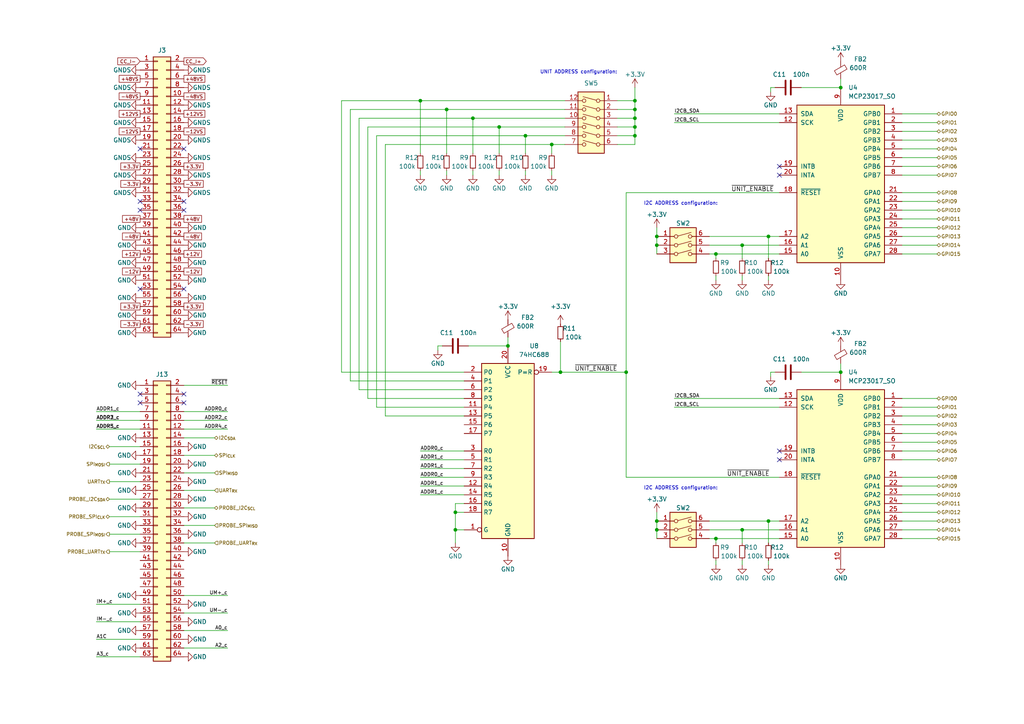
<source format=kicad_sch>
(kicad_sch (version 20230121) (generator eeschema)
  (paper "A4")
  (title_block (title "MEIT - Bus interface -unisolated") (date "2024-05-27") (rev "1.0") (company "Roman Vaněk") (comment 1 "Schematic diagram KiCad 7.0") (comment 2 "Roman Vaněk"))
  (lib_symbols
    (symbol "74xx:74HC688"
      (property "Reference" "U" (at -7.62 26.67 0))
      (property "Value" "74HC688" (at -7.62 -26.67 0))
      (symbol "74HC688_1_0"
        (pin input inverted (at -12.7 -22.86 0) (length 5.08) (name "G") (number "1"))
        (pin power_in line (at 0 -30.48 90) (length 5.08) (name "GND") (number "10"))
        (pin input line (at -12.7 12.7 0) (length 5.08) (name "P4") (number "11"))
        (pin input line (at -12.7 -10.16 0) (length 5.08) (name "R4") (number "12"))
        (pin input line (at -12.7 10.16 0) (length 5.08) (name "P5") (number "13"))
        (pin input line (at -12.7 -12.7 0) (length 5.08) (name "R5") (number "14"))
        (pin input line (at -12.7 7.62 0) (length 5.08) (name "P6") (number "15"))
        (pin input line (at -12.7 -15.24 0) (length 5.08) (name "R6") (number "16"))
        (pin input line (at -12.7 5.08 0) (length 5.08) (name "P7") (number "17"))
        (pin input line (at -12.7 -17.78 0) (length 5.08) (name "R7") (number "18"))
        (pin output inverted (at 12.7 22.86 180) (length 5.08) (name "P=R") (number "19"))
        (pin input line (at -12.7 22.86 0) (length 5.08) (name "P0") (number "2"))
        (pin power_in line (at 0 30.48 270) (length 5.08) (name "VCC") (number "20"))
        (pin input line (at -12.7 0 0) (length 5.08) (name "R0") (number "3"))
        (pin input line (at -12.7 20.32 0) (length 5.08) (name "P1") (number "4"))
        (pin input line (at -12.7 -2.54 0) (length 5.08) (name "R1") (number "5"))
        (pin input line (at -12.7 17.78 0) (length 5.08) (name "P2") (number "6"))
        (pin input line (at -12.7 -5.08 0) (length 5.08) (name "R2") (number "7"))
        (pin input line (at -12.7 15.24 0) (length 5.08) (name "P3") (number "8"))
        (pin input line (at -12.7 -7.62 0) (length 5.08) (name "R3") (number "9"))
      )
    )
    (symbol "Connector_Generic:Conn_02x32_Odd_Even" (pin_names (offset 1.016) hide)
      (property "Reference" "J" (at 1.27 40.64 0))
      (property "Value" "Conn_02x32_Odd_Even" (at 1.27 -43.18 0))
      (symbol "Conn_02x32_Odd_Even_1_1"
        (pin passive line (at -5.08 38.1 0) (length 3.81) (name "Pin_1") (number "1"))
        (pin passive line (at 7.62 27.94 180) (length 3.81) (name "Pin_10") (number "10"))
        (pin passive line (at -5.08 25.4 0) (length 3.81) (name "Pin_11") (number "11"))
        (pin passive line (at 7.62 25.4 180) (length 3.81) (name "Pin_12") (number "12"))
        (pin passive line (at -5.08 22.86 0) (length 3.81) (name "Pin_13") (number "13"))
        (pin passive line (at 7.62 22.86 180) (length 3.81) (name "Pin_14") (number "14"))
        (pin passive line (at -5.08 20.32 0) (length 3.81) (name "Pin_15") (number "15"))
        (pin passive line (at 7.62 20.32 180) (length 3.81) (name "Pin_16") (number "16"))
        (pin passive line (at -5.08 17.78 0) (length 3.81) (name "Pin_17") (number "17"))
        (pin passive line (at 7.62 17.78 180) (length 3.81) (name "Pin_18") (number "18"))
        (pin passive line (at -5.08 15.24 0) (length 3.81) (name "Pin_19") (number "19"))
        (pin passive line (at 7.62 38.1 180) (length 3.81) (name "Pin_2") (number "2"))
        (pin passive line (at 7.62 15.24 180) (length 3.81) (name "Pin_20") (number "20"))
        (pin passive line (at -5.08 12.7 0) (length 3.81) (name "Pin_21") (number "21"))
        (pin passive line (at 7.62 12.7 180) (length 3.81) (name "Pin_22") (number "22"))
        (pin passive line (at -5.08 10.16 0) (length 3.81) (name "Pin_23") (number "23"))
        (pin passive line (at 7.62 10.16 180) (length 3.81) (name "Pin_24") (number "24"))
        (pin passive line (at -5.08 7.62 0) (length 3.81) (name "Pin_25") (number "25"))
        (pin passive line (at 7.62 7.62 180) (length 3.81) (name "Pin_26") (number "26"))
        (pin passive line (at -5.08 5.08 0) (length 3.81) (name "Pin_27") (number "27"))
        (pin passive line (at 7.62 5.08 180) (length 3.81) (name "Pin_28") (number "28"))
        (pin passive line (at -5.08 2.54 0) (length 3.81) (name "Pin_29") (number "29"))
        (pin passive line (at -5.08 35.56 0) (length 3.81) (name "Pin_3") (number "3"))
        (pin passive line (at 7.62 2.54 180) (length 3.81) (name "Pin_30") (number "30"))
        (pin passive line (at -5.08 0 0) (length 3.81) (name "Pin_31") (number "31"))
        (pin passive line (at 7.62 0 180) (length 3.81) (name "Pin_32") (number "32"))
        (pin passive line (at -5.08 -2.54 0) (length 3.81) (name "Pin_33") (number "33"))
        (pin passive line (at 7.62 -2.54 180) (length 3.81) (name "Pin_34") (number "34"))
        (pin passive line (at -5.08 -5.08 0) (length 3.81) (name "Pin_35") (number "35"))
        (pin passive line (at 7.62 -5.08 180) (length 3.81) (name "Pin_36") (number "36"))
        (pin passive line (at -5.08 -7.62 0) (length 3.81) (name "Pin_37") (number "37"))
        (pin passive line (at 7.62 -7.62 180) (length 3.81) (name "Pin_38") (number "38"))
        (pin passive line (at -5.08 -10.16 0) (length 3.81) (name "Pin_39") (number "39"))
        (pin passive line (at 7.62 35.56 180) (length 3.81) (name "Pin_4") (number "4"))
        (pin passive line (at 7.62 -10.16 180) (length 3.81) (name "Pin_40") (number "40"))
        (pin passive line (at -5.08 -12.7 0) (length 3.81) (name "Pin_41") (number "41"))
        (pin passive line (at 7.62 -12.7 180) (length 3.81) (name "Pin_42") (number "42"))
        (pin passive line (at -5.08 -15.24 0) (length 3.81) (name "Pin_43") (number "43"))
        (pin passive line (at 7.62 -15.24 180) (length 3.81) (name "Pin_44") (number "44"))
        (pin passive line (at -5.08 -17.78 0) (length 3.81) (name "Pin_45") (number "45"))
        (pin passive line (at 7.62 -17.78 180) (length 3.81) (name "Pin_46") (number "46"))
        (pin passive line (at -5.08 -20.32 0) (length 3.81) (name "Pin_47") (number "47"))
        (pin passive line (at 7.62 -20.32 180) (length 3.81) (name "Pin_48") (number "48"))
        (pin passive line (at -5.08 -22.86 0) (length 3.81) (name "Pin_49") (number "49"))
        (pin passive line (at -5.08 33.02 0) (length 3.81) (name "Pin_5") (number "5"))
        (pin passive line (at 7.62 -22.86 180) (length 3.81) (name "Pin_50") (number "50"))
        (pin passive line (at -5.08 -25.4 0) (length 3.81) (name "Pin_51") (number "51"))
        (pin passive line (at 7.62 -25.4 180) (length 3.81) (name "Pin_52") (number "52"))
        (pin passive line (at -5.08 -27.94 0) (length 3.81) (name "Pin_53") (number "53"))
        (pin passive line (at 7.62 -27.94 180) (length 3.81) (name "Pin_54") (number "54"))
        (pin passive line (at -5.08 -30.48 0) (length 3.81) (name "Pin_55") (number "55"))
        (pin passive line (at 7.62 -30.48 180) (length 3.81) (name "Pin_56") (number "56"))
        (pin passive line (at -5.08 -33.02 0) (length 3.81) (name "Pin_57") (number "57"))
        (pin passive line (at 7.62 -33.02 180) (length 3.81) (name "Pin_58") (number "58"))
        (pin passive line (at -5.08 -35.56 0) (length 3.81) (name "Pin_59") (number "59"))
        (pin passive line (at 7.62 33.02 180) (length 3.81) (name "Pin_6") (number "6"))
        (pin passive line (at 7.62 -35.56 180) (length 3.81) (name "Pin_60") (number "60"))
        (pin passive line (at -5.08 -38.1 0) (length 3.81) (name "Pin_61") (number "61"))
        (pin passive line (at 7.62 -38.1 180) (length 3.81) (name "Pin_62") (number "62"))
        (pin passive line (at -5.08 -40.64 0) (length 3.81) (name "Pin_63") (number "63"))
        (pin passive line (at 7.62 -40.64 180) (length 3.81) (name "Pin_64") (number "64"))
        (pin passive line (at -5.08 30.48 0) (length 3.81) (name "Pin_7") (number "7"))
        (pin passive line (at 7.62 30.48 180) (length 3.81) (name "Pin_8") (number "8"))
        (pin passive line (at -5.08 27.94 0) (length 3.81) (name "Pin_9") (number "9"))
      )
    )
    (symbol "Device:C" (pin_numbers hide) (pin_names (offset 0.254))
      (property "Reference" "C" (at 0.635 2.54 0))
      (property "Value" "C" (at 0.635 -2.54 0))
      (symbol "C_1_1"
        (pin passive line (at 0 3.81 270) (length 2.794) (name "~") (number "1"))
        (pin passive line (at 0 -3.81 90) (length 2.794) (name "~") (number "2"))
      )
    )
    (symbol "Device:FerriteBead_Small" (pin_numbers hide) (pin_names (offset 0))
      (property "Reference" "FB" (at 1.905 1.27 0))
      (property "Value" "FerriteBead_Small" (at 1.905 -1.27 0))
      (symbol "FerriteBead_Small_1_1"
        (pin passive line (at 0 2.54 270) (length 1.27) (name "~") (number "1"))
        (pin passive line (at 0 -2.54 90) (length 1.27) (name "~") (number "2"))
      )
    )
    (symbol "Device:R_Small" (pin_numbers hide) (pin_names (offset 0.254) hide)
      (property "Reference" "R" (at 0.762 0.508 0))
      (property "Value" "R_Small" (at 0.762 -1.016 0))
      (symbol "R_Small_1_1"
        (pin passive line (at 0 2.54 270) (length 0.762) (name "~") (number "1"))
        (pin passive line (at 0 -2.54 90) (length 0.762) (name "~") (number "2"))
      )
    )
    (symbol "Interface_Expansion:MCP23017_SO" (pin_names (offset 1.016))
      (property "Reference" "U" (at -11.43 24.13 0))
      (property "Value" "MCP23017_SO" (at 0 0 0))
      (symbol "MCP23017_SO_1_1"
        (pin bidirectional line (at 17.78 20.32 180) (length 5.08) (name "GPB0") (number "1"))
        (pin power_in line (at 0 -27.94 90) (length 5.08) (name "VSS") (number "10"))
        (pin no_connect line (at -12.7 15.24 0) (length 5.08) hide (name "NC") (number "11"))
        (pin input line (at -17.78 17.78 0) (length 5.08) (name "SCK") (number "12"))
        (pin bidirectional line (at -17.78 20.32 0) (length 5.08) (name "SDA") (number "13"))
        (pin no_connect line (at -12.7 12.7 0) (length 5.08) hide (name "NC") (number "14"))
        (pin input line (at -17.78 -20.32 0) (length 5.08) (name "A0") (number "15"))
        (pin input line (at -17.78 -17.78 0) (length 5.08) (name "A1") (number "16"))
        (pin input line (at -17.78 -15.24 0) (length 5.08) (name "A2") (number "17"))
        (pin input line (at -17.78 -2.54 0) (length 5.08) (name "~{RESET}") (number "18"))
        (pin tri_state line (at -17.78 5.08 0) (length 5.08) (name "INTB") (number "19"))
        (pin bidirectional line (at 17.78 17.78 180) (length 5.08) (name "GPB1") (number "2"))
        (pin tri_state line (at -17.78 2.54 0) (length 5.08) (name "INTA") (number "20"))
        (pin bidirectional line (at 17.78 -2.54 180) (length 5.08) (name "GPA0") (number "21"))
        (pin bidirectional line (at 17.78 -5.08 180) (length 5.08) (name "GPA1") (number "22"))
        (pin bidirectional line (at 17.78 -7.62 180) (length 5.08) (name "GPA2") (number "23"))
        (pin bidirectional line (at 17.78 -10.16 180) (length 5.08) (name "GPA3") (number "24"))
        (pin bidirectional line (at 17.78 -12.7 180) (length 5.08) (name "GPA4") (number "25"))
        (pin bidirectional line (at 17.78 -15.24 180) (length 5.08) (name "GPA5") (number "26"))
        (pin bidirectional line (at 17.78 -17.78 180) (length 5.08) (name "GPA6") (number "27"))
        (pin bidirectional line (at 17.78 -20.32 180) (length 5.08) (name "GPA7") (number "28"))
        (pin bidirectional line (at 17.78 15.24 180) (length 5.08) (name "GPB2") (number "3"))
        (pin bidirectional line (at 17.78 12.7 180) (length 5.08) (name "GPB3") (number "4"))
        (pin bidirectional line (at 17.78 10.16 180) (length 5.08) (name "GPB4") (number "5"))
        (pin bidirectional line (at 17.78 7.62 180) (length 5.08) (name "GPB5") (number "6"))
        (pin bidirectional line (at 17.78 5.08 180) (length 5.08) (name "GPB6") (number "7"))
        (pin bidirectional line (at 17.78 2.54 180) (length 5.08) (name "GPB7") (number "8"))
        (pin power_in line (at 0 27.94 270) (length 5.08) (name "VDD") (number "9"))
      )
    )
    (symbol "Switch:SW_DIP_x03" (pin_names (offset 0) hide)
      (property "Reference" "SW" (at 0 8.89 0))
      (property "Value" "SW_DIP_x03" (at 0 -3.81 0))
      (symbol "SW_DIP_x03_1_1"
        (pin passive line (at -7.62 5.08 0) (length 5.08) (name "~") (number "1"))
        (pin passive line (at -7.62 2.54 0) (length 5.08) (name "~") (number "2"))
        (pin passive line (at -7.62 0 0) (length 5.08) (name "~") (number "3"))
        (pin passive line (at 7.62 0 180) (length 5.08) (name "~") (number "4"))
        (pin passive line (at 7.62 2.54 180) (length 5.08) (name "~") (number "5"))
        (pin passive line (at 7.62 5.08 180) (length 5.08) (name "~") (number "6"))
      )
    )
    (symbol "Switch:SW_DIP_x06" (pin_names (offset 0) hide)
      (property "Reference" "SW" (at 0 11.43 0))
      (property "Value" "SW_DIP_x06" (at 0 -8.89 0))
      (symbol "SW_DIP_x06_1_1"
        (pin passive line (at -7.62 7.62 0) (length 5.08) (name "~") (number "1"))
        (pin passive line (at 7.62 2.54 180) (length 5.08) (name "~") (number "10"))
        (pin passive line (at 7.62 5.08 180) (length 5.08) (name "~") (number "11"))
        (pin passive line (at 7.62 7.62 180) (length 5.08) (name "~") (number "12"))
        (pin passive line (at -7.62 5.08 0) (length 5.08) (name "~") (number "2"))
        (pin passive line (at -7.62 2.54 0) (length 5.08) (name "~") (number "3"))
        (pin passive line (at -7.62 0 0) (length 5.08) (name "~") (number "4"))
        (pin passive line (at -7.62 -2.54 0) (length 5.08) (name "~") (number "5"))
        (pin passive line (at -7.62 -5.08 0) (length 5.08) (name "~") (number "6"))
        (pin passive line (at 7.62 -5.08 180) (length 5.08) (name "~") (number "7"))
        (pin passive line (at 7.62 -2.54 180) (length 5.08) (name "~") (number "8"))
        (pin passive line (at 7.62 0 180) (length 5.08) (name "~") (number "9"))
      )
    )
    (symbol "power:+3.3V" (power) (pin_names (offset 0))
      (property "Value" "+3.3V" (at 0 3.556 0))
      (symbol "+3.3V_1_1"
        (pin power_in line (at 0 0 90) (length 0) hide (name "+3.3V") (number "1"))
      )
    )
    (symbol "power:GND" (power) (pin_names (offset 0))
      (property "Value" "GND" (at 0 -3.81 0))
      (symbol "GND_1_1"
        (pin power_in line (at 0 0 270) (length 0) hide (name "GND") (number "1"))
      )
    )
    (symbol "power:GNDS" (power) (pin_names (offset 0))
      (property "Value" "GNDS" (at 0 -3.81 0))
      (symbol "GNDS_1_1"
        (pin power_in line (at 0 0 270) (length 0) hide (name "GNDS") (number "1"))
      )
    )
  )
  (junction (at 184.15 36.83))
  (junction (at 190.5 71.12))
  (junction (at 190.5 151.13))
  (junction (at 121.92 29.21))
  (junction (at 181.61 107.95))
  (junction (at 184.15 34.29))
  (junction (at 132.08 148.59))
  (junction (at 144.78 36.83))
  (junction (at 222.885 68.58))
  (junction (at 152.4 39.37))
  (junction (at 184.15 29.21))
  (junction (at 222.885 151.13))
  (junction (at 215.265 71.12))
  (junction (at 190.5 68.58))
  (junction (at 132.08 153.67))
  (junction (at 207.645 156.21))
  (junction (at 147.32 100.33))
  (junction (at 190.5 153.67))
  (junction (at 162.56 107.95))
  (junction (at 243.84 107.95))
  (junction (at 129.54 31.75))
  (junction (at 184.15 31.75))
  (junction (at 137.16 34.29))
  (junction (at 215.265 153.67))
  (junction (at 184.15 39.37))
  (junction (at 160.02 41.91))
  (junction (at 243.84 25.4))
  (junction (at 207.645 73.66))
  (no_connect (at 40.64 43.18))
  (no_connect (at 40.64 114.3))
  (no_connect (at 226.06 133.35))
  (no_connect (at 226.06 50.8))
  (no_connect (at 40.64 116.84))
  (no_connect (at 226.06 130.81))
  (no_connect (at 53.34 43.18))
  (no_connect (at 53.34 116.84))
  (no_connect (at 53.34 60.96))
  (no_connect (at 53.34 58.42))
  (no_connect (at 40.64 60.96))
  (no_connect (at 40.64 83.82))
  (no_connect (at 53.34 83.82))
  (no_connect (at 40.64 58.42))
  (no_connect (at 53.34 114.3))
  (no_connect (at 226.06 48.26))
  (wire (pts (xy 261.62 71.12) (xy 271.78 71.12)))
  (wire (pts (xy 261.62 48.26) (xy 271.78 48.26)))
  (wire (pts (xy 190.5 71.12) (xy 190.5 73.66)))
  (wire (pts (xy 132.08 148.59) (xy 134.62 148.59)))
  (wire (pts (xy 261.62 35.56) (xy 271.78 35.56)))
  (wire (pts (xy 31.75 154.94) (xy 40.64 154.94)))
  (wire (pts (xy 215.265 71.12) (xy 226.06 71.12)))
  (wire (pts (xy 261.62 138.43) (xy 271.78 138.43)))
  (wire (pts (xy 261.62 58.42) (xy 271.78 58.42)))
  (wire (pts (xy 134.62 133.35) (xy 121.92 133.35)))
  (wire (pts (xy 215.265 153.67) (xy 226.06 153.67)))
  (wire (pts (xy 31.75 149.86) (xy 40.64 149.86)))
  (wire (pts (xy 261.62 50.8) (xy 271.78 50.8)))
  (wire (pts (xy 132.08 153.67) (xy 132.08 157.48)))
  (wire (pts (xy 205.74 151.13) (xy 222.885 151.13)))
  (wire (pts (xy 215.265 153.67) (xy 215.265 157.48)))
  (wire (pts (xy 261.62 125.73) (xy 271.78 125.73)))
  (wire (pts (xy 243.84 22.86) (xy 243.84 25.4)))
  (wire (pts (xy 53.34 157.48) (xy 62.23 157.48)))
  (wire (pts (xy 184.15 31.75) (xy 179.07 31.75)))
  (wire (pts (xy 31.75 134.62) (xy 40.64 134.62)))
  (wire (pts (xy 144.78 49.53) (xy 144.78 50.8)))
  (wire (pts (xy 181.61 55.88) (xy 226.06 55.88)))
  (wire (pts (xy 195.58 118.11) (xy 226.06 118.11)))
  (wire (pts (xy 31.75 144.78) (xy 40.64 144.78)))
  (wire (pts (xy 40.64 190.5) (xy 27.94 190.5)))
  (wire (pts (xy 205.74 68.58) (xy 222.885 68.58)))
  (wire (pts (xy 40.64 124.46) (xy 27.94 124.46)))
  (wire (pts (xy 163.83 31.75) (xy 129.54 31.75)))
  (wire (pts (xy 135.89 100.33) (xy 147.32 100.33)))
  (wire (pts (xy 205.74 71.12) (xy 215.265 71.12)))
  (wire (pts (xy 163.83 39.37) (xy 152.4 39.37)))
  (wire (pts (xy 184.15 29.21) (xy 184.15 31.75)))
  (wire (pts (xy 261.62 40.64) (xy 271.78 40.64)))
  (wire (pts (xy 53.34 152.4) (xy 62.23 152.4)))
  (wire (pts (xy 134.62 143.51) (xy 121.92 143.51)))
  (wire (pts (xy 132.08 153.67) (xy 134.62 153.67)))
  (wire (pts (xy 134.62 140.97) (xy 121.92 140.97)))
  (wire (pts (xy 40.64 185.42) (xy 27.94 185.42)))
  (wire (pts (xy 222.885 80.01) (xy 222.885 81.28)))
  (wire (pts (xy 99.06 107.95) (xy 134.62 107.95)))
  (wire (pts (xy 223.52 26.67) (xy 223.52 25.4)))
  (wire (pts (xy 207.645 73.66) (xy 226.06 73.66)))
  (wire (pts (xy 205.74 156.21) (xy 207.645 156.21)))
  (wire (pts (xy 261.62 133.35) (xy 271.78 133.35)))
  (wire (pts (xy 261.62 63.5) (xy 271.78 63.5)))
  (wire (pts (xy 232.41 25.4) (xy 243.84 25.4)))
  (wire (pts (xy 121.92 49.53) (xy 121.92 50.8)))
  (wire (pts (xy 190.5 148.59) (xy 190.5 151.13)))
  (wire (pts (xy 53.34 119.38) (xy 66.04 119.38)))
  (wire (pts (xy 222.885 151.13) (xy 222.885 157.48)))
  (wire (pts (xy 261.62 148.59) (xy 271.78 148.59)))
  (wire (pts (xy 261.62 120.65) (xy 271.78 120.65)))
  (wire (pts (xy 104.14 34.29) (xy 104.14 113.03)))
  (wire (pts (xy 207.645 162.56) (xy 207.645 163.83)))
  (wire (pts (xy 207.645 156.21) (xy 207.645 157.48)))
  (wire (pts (xy 53.34 137.16) (xy 62.23 137.16)))
  (wire (pts (xy 152.4 49.53) (xy 152.4 50.8)))
  (wire (pts (xy 222.885 68.58) (xy 222.885 74.93)))
  (wire (pts (xy 261.62 123.19) (xy 271.78 123.19)))
  (wire (pts (xy 184.15 34.29) (xy 184.15 36.83)))
  (wire (pts (xy 190.5 153.67) (xy 190.5 156.21)))
  (wire (pts (xy 137.16 34.29) (xy 137.16 44.45)))
  (wire (pts (xy 261.62 151.13) (xy 271.78 151.13)))
  (wire (pts (xy 184.15 41.91) (xy 179.07 41.91)))
  (wire (pts (xy 163.83 34.29) (xy 137.16 34.29)))
  (wire (pts (xy 261.62 140.97) (xy 271.78 140.97)))
  (wire (pts (xy 261.62 66.04) (xy 271.78 66.04)))
  (wire (pts (xy 31.75 139.7) (xy 40.64 139.7)))
  (wire (pts (xy 261.62 130.81) (xy 271.78 130.81)))
  (wire (pts (xy 223.52 107.95) (xy 224.79 107.95)))
  (wire (pts (xy 160.02 49.53) (xy 160.02 50.8)))
  (wire (pts (xy 40.64 119.38) (xy 27.94 119.38)))
  (wire (pts (xy 66.04 111.76) (xy 53.34 111.76)))
  (wire (pts (xy 184.15 25.4) (xy 184.15 29.21)))
  (wire (pts (xy 184.15 39.37) (xy 179.07 39.37)))
  (wire (pts (xy 195.58 35.56) (xy 226.06 35.56)))
  (wire (pts (xy 207.645 73.66) (xy 207.645 74.93)))
  (wire (pts (xy 261.62 128.27) (xy 271.78 128.27)))
  (wire (pts (xy 261.62 43.18) (xy 271.78 43.18)))
  (wire (pts (xy 261.62 146.05) (xy 271.78 146.05)))
  (wire (pts (xy 261.62 60.96) (xy 271.78 60.96)))
  (wire (pts (xy 127 101.6) (xy 127 100.33)))
  (wire (pts (xy 163.83 36.83) (xy 144.78 36.83)))
  (wire (pts (xy 53.34 182.88) (xy 66.04 182.88)))
  (wire (pts (xy 147.32 97.79) (xy 147.32 100.33)))
  (wire (pts (xy 232.41 107.95) (xy 243.84 107.95)))
  (wire (pts (xy 53.34 187.96) (xy 66.04 187.96)))
  (wire (pts (xy 144.78 36.83) (xy 144.78 44.45)))
  (wire (pts (xy 121.92 29.21) (xy 121.92 44.45)))
  (wire (pts (xy 31.75 160.02) (xy 40.64 160.02)))
  (wire (pts (xy 106.68 36.83) (xy 144.78 36.83)))
  (wire (pts (xy 106.68 115.57) (xy 106.68 36.83)))
  (wire (pts (xy 109.22 39.37) (xy 109.22 118.11)))
  (wire (pts (xy 101.6 31.75) (xy 101.6 110.49)))
  (wire (pts (xy 137.16 34.29) (xy 104.14 34.29)))
  (wire (pts (xy 134.62 138.43) (xy 121.92 138.43)))
  (wire (pts (xy 40.64 175.26) (xy 27.94 175.26)))
  (wire (pts (xy 134.62 146.05) (xy 132.08 146.05)))
  (wire (pts (xy 53.34 121.92) (xy 66.04 121.92)))
  (wire (pts (xy 190.5 68.58) (xy 190.5 71.12)))
  (wire (pts (xy 190.5 66.04) (xy 190.5 68.58)))
  (wire (pts (xy 205.74 73.66) (xy 207.645 73.66)))
  (wire (pts (xy 53.34 132.08) (xy 62.23 132.08)))
  (wire (pts (xy 261.62 143.51) (xy 271.78 143.51)))
  (wire (pts (xy 184.15 29.21) (xy 179.07 29.21)))
  (wire (pts (xy 160.02 41.91) (xy 111.76 41.91)))
  (wire (pts (xy 222.885 162.56) (xy 222.885 163.83)))
  (wire (pts (xy 160.02 41.91) (xy 160.02 44.45)))
  (wire (pts (xy 223.52 109.22) (xy 223.52 107.95)))
  (wire (pts (xy 181.61 107.95) (xy 181.61 138.43)))
  (wire (pts (xy 184.15 31.75) (xy 184.15 34.29)))
  (wire (pts (xy 261.62 45.72) (xy 271.78 45.72)))
  (wire (pts (xy 261.62 115.57) (xy 271.78 115.57)))
  (wire (pts (xy 162.56 107.95) (xy 160.02 107.95)))
  (wire (pts (xy 152.4 39.37) (xy 152.4 44.45)))
  (wire (pts (xy 261.62 68.58) (xy 271.78 68.58)))
  (wire (pts (xy 99.06 29.21) (xy 99.06 107.95)))
  (wire (pts (xy 40.64 180.34) (xy 27.94 180.34)))
  (wire (pts (xy 53.34 127) (xy 62.23 127)))
  (wire (pts (xy 111.76 120.65) (xy 134.62 120.65)))
  (wire (pts (xy 184.15 36.83) (xy 184.15 39.37)))
  (wire (pts (xy 109.22 118.11) (xy 134.62 118.11)))
  (wire (pts (xy 129.54 49.53) (xy 129.54 50.8)))
  (wire (pts (xy 163.83 29.21) (xy 121.92 29.21)))
  (wire (pts (xy 261.62 38.1) (xy 271.78 38.1)))
  (wire (pts (xy 152.4 39.37) (xy 109.22 39.37)))
  (wire (pts (xy 207.645 156.21) (xy 226.06 156.21)))
  (wire (pts (xy 132.08 146.05) (xy 132.08 148.59)))
  (wire (pts (xy 162.56 99.06) (xy 162.56 107.95)))
  (wire (pts (xy 134.62 130.81) (xy 121.92 130.81)))
  (wire (pts (xy 222.885 68.58) (xy 226.06 68.58)))
  (wire (pts (xy 215.265 162.56) (xy 215.265 163.83)))
  (wire (pts (xy 104.14 113.03) (xy 134.62 113.03)))
  (wire (pts (xy 132.08 148.59) (xy 132.08 153.67)))
  (wire (pts (xy 31.75 129.54) (xy 40.64 129.54)))
  (wire (pts (xy 181.61 107.95) (xy 181.61 55.88)))
  (wire (pts (xy 134.62 135.89) (xy 121.92 135.89)))
  (wire (pts (xy 223.52 25.4) (xy 224.79 25.4)))
  (wire (pts (xy 261.62 73.66) (xy 271.78 73.66)))
  (wire (pts (xy 127 100.33) (xy 128.27 100.33)))
  (wire (pts (xy 184.15 34.29) (xy 179.07 34.29)))
  (wire (pts (xy 261.62 153.67) (xy 271.78 153.67)))
  (wire (pts (xy 195.58 115.57) (xy 226.06 115.57)))
  (wire (pts (xy 129.54 31.75) (xy 101.6 31.75)))
  (wire (pts (xy 53.34 172.72) (xy 66.04 172.72)))
  (wire (pts (xy 261.62 55.88) (xy 271.78 55.88)))
  (wire (pts (xy 53.34 124.46) (xy 66.04 124.46)))
  (wire (pts (xy 215.265 71.12) (xy 215.265 74.93)))
  (wire (pts (xy 162.56 107.95) (xy 181.61 107.95)))
  (wire (pts (xy 163.83 41.91) (xy 160.02 41.91)))
  (wire (pts (xy 53.34 142.24) (xy 62.23 142.24)))
  (wire (pts (xy 129.54 31.75) (xy 129.54 44.45)))
  (wire (pts (xy 181.61 138.43) (xy 226.06 138.43)))
  (wire (pts (xy 261.62 156.21) (xy 271.78 156.21)))
  (wire (pts (xy 215.265 80.01) (xy 215.265 81.28)))
  (wire (pts (xy 53.34 177.8) (xy 66.04 177.8)))
  (wire (pts (xy 53.34 147.32) (xy 62.23 147.32)))
  (wire (pts (xy 111.76 41.91) (xy 111.76 120.65)))
  (wire (pts (xy 243.84 105.41) (xy 243.84 107.95)))
  (wire (pts (xy 121.92 29.21) (xy 99.06 29.21)))
  (wire (pts (xy 184.15 36.83) (xy 179.07 36.83)))
  (wire (pts (xy 137.16 49.53) (xy 137.16 50.8)))
  (wire (pts (xy 101.6 110.49) (xy 134.62 110.49)))
  (wire (pts (xy 205.74 153.67) (xy 215.265 153.67)))
  (wire (pts (xy 222.885 151.13) (xy 226.06 151.13)))
  (wire (pts (xy 40.64 121.92) (xy 27.94 121.92)))
  (wire (pts (xy 261.62 33.02) (xy 271.78 33.02)))
  (wire (pts (xy 195.58 33.02) (xy 226.06 33.02)))
  (wire (pts (xy 134.62 115.57) (xy 106.68 115.57)))
  (wire (pts (xy 207.645 80.01) (xy 207.645 81.28)))
  (wire (pts (xy 261.62 118.11) (xy 271.78 118.11)))
  (wire (pts (xy 190.5 151.13) (xy 190.5 153.67)))
  (wire (pts (xy 184.15 39.37) (xy 184.15 41.91)))
  (text "UNIT ADDRESS configuration:" (at 179.07 21.59 0) (effects (font (size 1.016 1.016)) (justify right bottom)))
  (text "I2C ADDRESS configuration:" (at 186.69 59.69 0) (effects (font (size 1.016 1.016)) (justify left bottom)))
  (text "I2C ADDRESS configuration:" (at 186.69 142.24 0) (effects (font (size 1.016 1.016)) (justify left bottom)))
  (label "ADDR0_c" (at 121.92 138.43 0) (effects (font (size 1.016 1.016))))
  (label "ADDR1_c" (at 121.92 133.35 0) (effects (font (size 1.016 1.016))))
  (label "I2CB_SCL" (at 195.58 118.11 0) (effects (font (size 1.016 1.016))))
  (label "A2_c" (at 66.04 187.96 180) (effects (font (size 1.016 1.016))))
  (label "~{UNIT_ENABLE}" (at 210.82 138.43 0))
  (label "UM-_c" (at 66.04 177.8 180) (effects (font (size 1.016 1.016))))
  (label "IM-_c" (at 27.94 180.34 0) (effects (font (size 1.016 1.016))))
  (label "~{UNIT_ENABLE}" (at 179.07 107.95 180))
  (label "~{UNIT_ENABLE}" (at 212.09 55.88 0))
  (label "ADDR3_c" (at 27.94 121.92 0) (effects (font (size 1.016 1.016))))
  (label "~{RESET}" (at 66.04 111.76 180) (effects (font (size 1.016 1.016))))
  (label "ADDR1_c" (at 121.92 140.97 0) (effects (font (size 1.016 1.016))))
  (label "ADDR2_c" (at 27.94 121.92 0) (effects (font (size 1.016 1.016))))
  (label "ADDR4_c" (at 66.04 124.46 180) (effects (font (size 1.016 1.016))))
  (label "ADDR1_c" (at 27.94 119.38 0) (effects (font (size 1.016 1.016))))
  (label "ADDR3_c" (at 27.94 124.46 0) (effects (font (size 1.016 1.016))))
  (label "I2CB_SDA" (at 195.58 115.57 0) (effects (font (size 1.016 1.016))))
  (label "ADDR0_c" (at 121.92 130.81 0) (effects (font (size 1.016 1.016))))
  (label "ADDR2_c" (at 66.04 121.92 180) (effects (font (size 1.016 1.016))))
  (label "I2CB_SDA" (at 195.58 33.02 0) (effects (font (size 1.016 1.016))))
  (label "ADDR1_c" (at 121.92 143.51 0) (effects (font (size 1.016 1.016))))
  (label "A1C" (at 27.94 185.42 0) (effects (font (size 1.016 1.016))))
  (label "I2CB_SCL" (at 195.58 35.56 0) (effects (font (size 1.016 1.016))))
  (label "ADDR5_c" (at 27.94 124.46 0) (effects (font (size 1.016 1.016))))
  (label "ADDR1_c" (at 121.92 135.89 0) (effects (font (size 1.016 1.016))))
  (label "A0_c" (at 66.04 182.88 180) (effects (font (size 1.016 1.016))))
  (label "ADDR0_c" (at 66.04 119.38 180) (effects (font (size 1.016 1.016))))
  (label "IM+_c" (at 27.94 175.26 0) (effects (font (size 1.016 1.016))))
  (label "A3_c" (at 27.94 190.5 0) (effects (font (size 1.016 1.016))))
  (label "UM+_c" (at 66.04 172.72 180) (effects (font (size 1.016 1.016))))
  (global_label "+3.3V" (shape passive) (at 40.64 48.26 180) (effects (font (size 1.016 1.016))) (property "Intersheetrefs" "${INTERSHEET_REFS}" (effects hide)))
  (global_label "-3.3V" (shape passive) (at 53.34 93.98 0) (effects (font (size 1.016 1.016))) (property "Intersheetrefs" "${INTERSHEET_REFS}" (effects hide)))
  (global_label "CC_I+" (shape output) (at 53.34 17.78 0) (effects (font (size 1.016 1.016))) (property "Intersheetrefs" "${INTERSHEET_REFS}" (effects hide)))
  (global_label "+48VS" (shape passive) (at 53.34 22.86 0) (effects (font (size 1.016 1.016))) (property "Intersheetrefs" "${INTERSHEET_REFS}" (effects hide)))
  (global_label "+12VS" (shape passive) (at 53.34 33.02 0) (effects (font (size 1.016 1.016))) (property "Intersheetrefs" "${INTERSHEET_REFS}" (effects hide)))
  (global_label "-48V" (shape passive) (at 40.64 68.58 180) (effects (font (size 1.016 1.016))) (property "Intersheetrefs" "${INTERSHEET_REFS}" (effects hide)))
  (global_label "+3.3V" (shape passive) (at 40.64 88.9 180) (effects (font (size 1.016 1.016))) (property "Intersheetrefs" "${INTERSHEET_REFS}" (effects hide)))
  (global_label "+3.3V" (shape passive) (at 53.34 48.26 0) (effects (font (size 1.016 1.016))) (property "Intersheetrefs" "${INTERSHEET_REFS}" (effects hide)))
  (global_label "-48VS" (shape passive) (at 53.34 27.94 0) (effects (font (size 1.016 1.016))) (property "Intersheetrefs" "${INTERSHEET_REFS}" (effects hide)))
  (global_label "+48VS" (shape passive) (at 40.64 22.86 180) (effects (font (size 1.016 1.016))) (property "Intersheetrefs" "${INTERSHEET_REFS}" (effects hide)))
  (global_label "-48VS" (shape passive) (at 40.64 27.94 180) (effects (font (size 1.016 1.016))) (property "Intersheetrefs" "${INTERSHEET_REFS}" (effects hide)))
  (global_label "+3.3V" (shape passive) (at 53.34 88.9 0) (effects (font (size 1.016 1.016))) (property "Intersheetrefs" "${INTERSHEET_REFS}" (effects hide)))
  (global_label "-3.3V" (shape passive) (at 40.64 93.98 180) (effects (font (size 1.016 1.016))) (property "Intersheetrefs" "${INTERSHEET_REFS}" (effects hide)))
  (global_label "-3.3V" (shape passive) (at 40.64 53.34 180) (effects (font (size 1.016 1.016))) (property "Intersheetrefs" "${INTERSHEET_REFS}" (effects hide)))
  (global_label "+12V" (shape passive) (at 40.64 73.66 180) (effects (font (size 1.016 1.016))) (property "Intersheetrefs" "${INTERSHEET_REFS}" (effects hide)))
  (global_label "-12VS" (shape passive) (at 53.34 38.1 0) (effects (font (size 1.016 1.016))) (property "Intersheetrefs" "${INTERSHEET_REFS}" (effects hide)))
  (global_label "+48V" (shape passive) (at 53.34 63.5 0) (effects (font (size 1.016 1.016))) (property "Intersheetrefs" "${INTERSHEET_REFS}" (effects hide)))
  (global_label "+12V" (shape passive) (at 53.34 73.66 0) (effects (font (size 1.016 1.016))) (property "Intersheetrefs" "${INTERSHEET_REFS}" (effects hide)))
  (global_label "+12VS" (shape passive) (at 40.64 33.02 180) (effects (font (size 1.016 1.016))) (property "Intersheetrefs" "${INTERSHEET_REFS}" (effects hide)))
  (global_label "+48V" (shape passive) (at 40.64 63.5 180) (effects (font (size 1.016 1.016))) (property "Intersheetrefs" "${INTERSHEET_REFS}" (effects hide)))
  (global_label "-12V" (shape passive) (at 40.64 78.74 180) (effects (font (size 1.016 1.016))) (property "Intersheetrefs" "${INTERSHEET_REFS}" (effects hide)))
  (global_label "-3.3V" (shape passive) (at 53.34 53.34 0) (effects (font (size 1.016 1.016))) (property "Intersheetrefs" "${INTERSHEET_REFS}" (effects hide)))
  (global_label "-48V" (shape passive) (at 53.34 68.58 0) (effects (font (size 1.016 1.016))) (property "Intersheetrefs" "${INTERSHEET_REFS}" (effects hide)))
  (global_label "-12VS" (shape passive) (at 40.64 38.1 180) (effects (font (size 1.016 1.016))) (property "Intersheetrefs" "${INTERSHEET_REFS}" (effects hide)))
  (global_label "-12V" (shape passive) (at 53.34 78.74 0) (effects (font (size 1.016 1.016))) (property "Intersheetrefs" "${INTERSHEET_REFS}" (effects hide)))
  (global_label "CC_I-" (shape input) (at 40.64 17.78 180) (effects (font (size 1.016 1.016))) (property "Intersheetrefs" "${INTERSHEET_REFS}" (effects hide)))
  (hierarchical_label "I2C_{SDA}" (shape bidirectional) (at 62.23 127 0) (effects (font (size 1.016 1.016))))
  (hierarchical_label "GPIO11" (shape bidirectional) (at 271.78 63.5 0) (effects (font (size 1.016 1.016))))
  (hierarchical_label "GPIO3" (shape bidirectional) (at 271.78 123.19 0) (effects (font (size 1.016 1.016))))
  (hierarchical_label "GPIO8" (shape bidirectional) (at 271.78 55.88 0) (effects (font (size 1.016 1.016))))
  (hierarchical_label "GPIO10" (shape bidirectional) (at 271.78 143.51 0) (effects (font (size 1.016 1.016))))
  (hierarchical_label "PROBE_SPI_{MOSI}" (shape output) (at 31.75 154.94 180) (effects (font (size 1.016 1.016))))
  (hierarchical_label "PROBE_SPI_{MISO}" (shape input) (at 62.23 152.4 0) (effects (font (size 1.016 1.016))))
  (hierarchical_label "GPIO7" (shape bidirectional) (at 271.78 133.35 0) (effects (font (size 1.016 1.016))))
  (hierarchical_label "PROBE_UART_{RX}" (shape input) (at 62.23 157.48 0) (effects (font (size 1.016 1.016))))
  (hierarchical_label "UART_{RX}" (shape input) (at 62.23 142.24 0) (effects (font (size 1.016 1.016))))
  (hierarchical_label "PROBE_I2C_{SCL}" (shape bidirectional) (at 62.23 147.32 0) (effects (font (size 1.016 1.016))))
  (hierarchical_label "I2C_{SCL}" (shape bidirectional) (at 31.75 129.54 180) (effects (font (size 1.016 1.016))))
  (hierarchical_label "GPIO15" (shape bidirectional) (at 271.78 73.66 0) (effects (font (size 1.016 1.016))))
  (hierarchical_label "GPIO9" (shape bidirectional) (at 271.78 140.97 0) (effects (font (size 1.016 1.016))))
  (hierarchical_label "UART_{TX}" (shape output) (at 31.75 139.7 180) (effects (font (size 1.016 1.016))))
  (hierarchical_label "GPIO13" (shape bidirectional) (at 271.78 151.13 0) (effects (font (size 1.016 1.016))))
  (hierarchical_label "GPIO10" (shape bidirectional) (at 271.78 60.96 0) (effects (font (size 1.016 1.016))))
  (hierarchical_label "GPIO5" (shape bidirectional) (at 271.78 128.27 0) (effects (font (size 1.016 1.016))))
  (hierarchical_label "PROBE_I2C_{SDA}" (shape bidirectional) (at 31.75 144.78 180) (effects (font (size 1.016 1.016))))
  (hierarchical_label "GPIO14" (shape bidirectional) (at 271.78 71.12 0) (effects (font (size 1.016 1.016))))
  (hierarchical_label "PROBE_UART_{TX}" (shape output) (at 31.75 160.02 180) (effects (font (size 1.016 1.016))))
  (hierarchical_label "SPI_{MOSI}" (shape output) (at 31.75 134.62 180) (effects (font (size 1.016 1.016))))
  (hierarchical_label "GPIO15" (shape bidirectional) (at 271.78 156.21 0) (effects (font (size 1.016 1.016))))
  (hierarchical_label "PROBE_SPI_{CLK}" (shape bidirectional) (at 31.75 149.86 180) (effects (font (size 1.016 1.016))))
  (hierarchical_label "GPIO12" (shape bidirectional) (at 271.78 66.04 0) (effects (font (size 1.016 1.016))))
  (hierarchical_label "GPIO8" (shape bidirectional) (at 271.78 138.43 0) (effects (font (size 1.016 1.016))))
  (hierarchical_label "GPIO13" (shape bidirectional) (at 271.78 68.58 0) (effects (font (size 1.016 1.016))))
  (hierarchical_label "GPIO2" (shape bidirectional) (at 271.78 120.65 0) (effects (font (size 1.016 1.016))))
  (hierarchical_label "GPIO12" (shape bidirectional) (at 271.78 148.59 0) (effects (font (size 1.016 1.016))))
  (hierarchical_label "GPIO7" (shape bidirectional) (at 271.78 50.8 0) (effects (font (size 1.016 1.016))))
  (hierarchical_label "GPIO1" (shape bidirectional) (at 271.78 118.11 0) (effects (font (size 1.016 1.016))))
  (hierarchical_label "GPIO2" (shape bidirectional) (at 271.78 38.1 0) (effects (font (size 1.016 1.016))))
  (hierarchical_label "GPIO11" (shape bidirectional) (at 271.78 146.05 0) (effects (font (size 1.016 1.016))))
  (hierarchical_label "GPIO0" (shape bidirectional) (at 271.78 33.02 0) (effects (font (size 1.016 1.016))))
  (hierarchical_label "GPIO0" (shape bidirectional) (at 271.78 115.57 0) (effects (font (size 1.016 1.016))))
  (hierarchical_label "GPIO9" (shape bidirectional) (at 271.78 58.42 0) (effects (font (size 1.016 1.016))))
  (hierarchical_label "GPIO5" (shape bidirectional) (at 271.78 45.72 0) (effects (font (size 1.016 1.016))))
  (hierarchical_label "GPIO6" (shape bidirectional) (at 271.78 130.81 0) (effects (font (size 1.016 1.016))))
  (hierarchical_label "GPIO6" (shape bidirectional) (at 271.78 48.26 0) (effects (font (size 1.016 1.016))))
  (hierarchical_label "GPIO3" (shape bidirectional) (at 271.78 40.64 0) (effects (font (size 1.016 1.016))))
  (hierarchical_label "GPIO1" (shape bidirectional) (at 271.78 35.56 0) (effects (font (size 1.016 1.016))))
  (hierarchical_label "GPIO4" (shape bidirectional) (at 271.78 125.73 0) (effects (font (size 1.016 1.016))))
  (hierarchical_label "GPIO14" (shape bidirectional) (at 271.78 153.67 0) (effects (font (size 1.016 1.016))))
  (hierarchical_label "GPIO4" (shape bidirectional) (at 271.78 43.18 0) (effects (font (size 1.016 1.016))))
  (hierarchical_label "SPI_{CLK}" (shape bidirectional) (at 62.23 132.08 0) (effects (font (size 1.016 1.016))))
  (hierarchical_label "SPI_{MISO}" (shape input) (at 62.23 137.16 0) (effects (font (size 1.016 1.016))))
  (symbol (lib_id "Device:R_Small") (at 144.78 46.99 0) (mirror y) (unit 1)
    (property "Reference" "R5" (at 142.24 45.72 0))
    (property "Value" "100k" (at 140.97 48.26 0))
    (property "Footprint" "Resistor_SMD:R_0805_2012Metric_Pad1.20x1.40mm_HandSolder" (effects hide))
    (property "Datasheet" "https://octopart.com/crcw0805100kfkea-vishay-39456141" (effects hide))
    (property "Part Number" "240" (effects hide))
    (property "MPN" "CRCW0805100KFKEA" (effects hide))
    (instances (project "MEIT_switch" (path "" (reference "R12") (unit 1)) (path "" (reference "R11") (unit 1))) (project "MEIT_probe" (path "" (reference "R12") (unit 1))))
  )
  (symbol (lib_id "power:GND") (at 40.64 137.16 270) (mirror x) (unit 1)
    (property "Reference" "#PWR0158" (effects hide))
    (property "Value" "GND" (at 38.1 137.16 90) (effects (justify right)))
    (instances (project "MEIT_switch" (path "" (reference "#PWR0158") (unit 1)) (path "" (reference "#PWR0100") (unit 1))))
  )
  (symbol (lib_id "power:GNDS") (at 40.64 35.56 270) (mirror x) (unit 1)
    (property "Reference" "#PWR0128" (effects hide))
    (property "Value" "GNDS" (at 38.1 35.56 90) (effects (justify right)))
    (instances (project "MEIT_switch" (path "" (reference "#PWR0128") (unit 1)) (path "" (reference "#PWR065") (unit 1))))
  )
  (symbol (lib_id "Device:R_Small") (at 215.265 77.47 0) (unit 1)
    (property "Reference" "R6" (at 217.805 76.2 0))
    (property "Value" "100k" (at 219.075 78.74 0))
    (property "Footprint" "Resistor_SMD:R_0805_2012Metric_Pad1.20x1.40mm_HandSolder" (effects hide))
    (property "Datasheet" "https://octopart.com/crcw0805100kfkea-vishay-39456141" (effects hide))
    (property "Part Number" "240" (effects hide))
    (property "MPN" "CRCW0805100KFKEA" (effects hide))
    (instances (project "MEIT_switch" (path "" (reference "R10") (unit 1)) (path "" (reference "R2") (unit 1))) (project "MEIT_probe" (path "" (reference "R12") (unit 1))))
  )
  (symbol (lib_id "power:GND") (at 40.64 172.72 270) (mirror x) (unit 1)
    (property "Reference" "#PWR0163" (effects hide))
    (property "Value" "GND" (at 38.1 172.72 90) (effects (justify right)))
    (instances (project "MEIT_switch" (path "" (reference "#PWR0163") (unit 1)) (path "" (reference "#PWR0105") (unit 1))))
  )
  (symbol (lib_id "Switch:SW_DIP_x03") (at 198.12 73.66 0) (unit 1)
    (property "Reference" "SW1" (at 198.12 64.77 0))
    (property "Value" "SW_DIP_x03" (effects hide))
    (instances (project "MEIT_switch" (path "" (reference "SW2") (unit 1)) (path "" (reference "SW1") (unit 1))))
  )
  (symbol (lib_id "power:GND") (at 53.34 134.62 90) (mirror x) (unit 1)
    (property "Reference" "#PWR0168" (effects hide))
    (property "Value" "GND" (at 55.88 134.62 90) (effects (justify right)))
    (instances (project "MEIT_switch" (path "" (reference "#PWR0168") (unit 1)) (path "" (reference "#PWR0111") (unit 1))))
  )
  (symbol (lib_id "power:GNDS") (at 53.34 45.72 90) (unit 1)
    (property "Reference" "#PWR0145" (effects hide))
    (property "Value" "GNDS" (at 55.88 45.72 90) (effects (justify right)))
    (instances (project "MEIT_switch" (path "" (reference "#PWR0145") (unit 1)) (path "" (reference "#PWR082") (unit 1))))
  )
  (symbol (lib_id "power:GND") (at 147.32 161.29 0) (unit 1)
    (property "Reference" "#PWR093" (effects hide))
    (property "Value" "GND" (at 147.32 165.1 0))
    (instances (project "MEIT_switch" (path "" (reference "#PWR066") (unit 1)) (path "" (reference "#PWR0140") (unit 1))) (project "MEIT_connector" (path "" (reference "#PWR093") (unit 1))))
  )
  (symbol (lib_id "power:GND") (at 40.64 187.96 270) (mirror x) (unit 1)
    (property "Reference" "#PWR0166" (effects hide))
    (property "Value" "GND" (at 38.1 187.96 90) (effects (justify right)))
    (instances (project "MEIT_switch" (path "" (reference "#PWR0166") (unit 1)) (path "" (reference "#PWR0108") (unit 1))))
  )
  (symbol (lib_id "power:GND") (at 53.34 66.04 90) (unit 1)
    (property "Reference" "#PWR0148" (effects hide))
    (property "Value" "GND" (at 55.88 66.04 90) (effects (justify right)))
    (instances (project "MEIT_switch" (path "" (reference "#PWR0148") (unit 1)) (path "" (reference "#PWR085") (unit 1))))
  )
  (symbol (lib_id "power:GND") (at 223.52 26.67 0) (mirror y) (unit 1)
    (property "Reference" "#PWR0124" (effects hide))
    (property "Value" "GND" (at 223.52 30.48 0))
    (instances (project "MEIT_switch" (path "" (reference "#PWR070") (unit 1)) (path "" (reference "#PWR0109") (unit 1))) (project "MEIT_connector" (path "" (reference "#PWR0124") (unit 1))))
  )
  (symbol (lib_id "power:GND") (at 40.64 71.12 270) (mirror x) (unit 1)
    (property "Reference" "#PWR0134" (effects hide))
    (property "Value" "GND" (at 38.1 71.12 90) (effects (justify right)))
    (instances (project "MEIT_switch" (path "" (reference "#PWR0134") (unit 1)) (path "" (reference "#PWR071") (unit 1))))
  )
  (symbol (lib_id "power:GNDS") (at 40.64 30.48 270) (mirror x) (unit 1)
    (property "Reference" "#PWR0127" (effects hide))
    (property "Value" "GNDS" (at 38.1 30.48 90) (effects (justify right)))
    (instances (project "MEIT_switch" (path "" (reference "#PWR0127") (unit 1)) (path "" (reference "#PWR062") (unit 1))))
  )
  (symbol (lib_id "power:GNDS") (at 40.64 50.8 270) (mirror x) (unit 1)
    (property "Reference" "#PWR0131" (effects hide))
    (property "Value" "GNDS" (at 38.1 50.8 90) (effects (justify right)))
    (instances (project "MEIT_switch" (path "" (reference "#PWR0131") (unit 1)) (path "" (reference "#PWR068") (unit 1))))
  )
  (symbol (lib_id "power:GND") (at 121.92 50.8 0) (mirror y) (unit 1)
    (property "Reference" "#PWR095" (effects hide))
    (property "Value" "GND" (at 121.92 54.61 0))
    (instances (project "MEIT_switch" (path "" (reference "#PWR069") (unit 1)) (path "" (reference "#PWR0138") (unit 1))) (project "MEIT_connector" (path "" (reference "#PWR095") (unit 1))))
  )
  (symbol (lib_id "power:GND") (at 53.34 149.86 90) (mirror x) (unit 1)
    (property "Reference" "#PWR0171" (effects hide))
    (property "Value" "GND" (at 55.88 149.86 90) (effects (justify right)))
    (instances (project "MEIT_switch" (path "" (reference "#PWR0171") (unit 1)) (path "" (reference "#PWR0114") (unit 1))))
  )
  (symbol (lib_id "Connector_Generic:Conn_02x32_Odd_Even") (at 45.72 149.86 0) (unit 1)
    (property "Reference" "J13" (at 46.99 108.585 0))
    (property "Value" "Conn_02x32_Odd_Even" (effects hide))
    (property "Footprint" "SamacSys_Parts:RHDR64W66P254_2X32_8194X500X1105P" (effects hide))
    (instances (project "MEIT_switch" (path "" (reference "J13") (unit 1)) (path "" (reference "J2") (unit 1))))
  )
  (symbol (lib_id "Interface_Expansion:MCP23017_SO") (at 243.84 53.34 0) (unit 1)
    (property "Reference" "U3" (at 246.0341 25.4 0) (effects (justify left)))
    (property "Value" "MCP23017_SO" (at 246.0341 27.94 0) (effects (justify left)))
    (property "Footprint" "Package_SO:SOIC-28W_7.5x17.9mm_P1.27mm" (effects hide))
    (property "Datasheet" "http://ww1.microchip.com/downloads/en/DeviceDoc/20001952C.pdf" (effects hide))
    (instances (project "MEIT_switch" (path "" (reference "U4") (unit 1)) (path "" (reference "U3") (unit 1))) (project "MEIT_connector" (path "" (reference "U3") (unit 1))))
  )
  (symbol (lib_id "Switch:SW_DIP_x06") (at 171.45 36.83 0) (mirror y) (unit 1)
    (property "Reference" "SW5" (at 171.45 24.13 0))
    (property "Value" "SW_DIP_x06" (effects hide))
  )
  (symbol (lib_id "power:GND") (at 53.34 139.7 90) (mirror x) (unit 1)
    (property "Reference" "#PWR0169" (effects hide))
    (property "Value" "GND" (at 55.88 139.7 90) (effects (justify right)))
    (instances (project "MEIT_switch" (path "" (reference "#PWR0169") (unit 1)) (path "" (reference "#PWR0112") (unit 1))))
  )
  (symbol (lib_id "power:GND") (at 53.34 96.52 90) (unit 1)
    (property "Reference" "#PWR0154" (effects hide))
    (property "Value" "GND" (at 55.88 96.52 90) (effects (justify right)))
    (instances (project "MEIT_switch" (path "" (reference "#PWR0154") (unit 1)) (path "" (reference "#PWR091") (unit 1))))
  )
  (symbol (lib_id "power:+3.3V") (at 243.84 100.33 0) (unit 1)
    (property "Reference" "#PWR071" (effects hide))
    (property "Value" "+3.3V" (at 243.84 96.52 0))
    (instances (project "MEIT_switch" (path "" (reference "#PWR071") (unit 1)) (path "" (reference "#PWR0129") (unit 1))) (project "MEIT_connector" (path "" (reference "#PWR062") (unit 1))))
  )
  (symbol (lib_id "power:GND") (at 53.34 86.36 90) (unit 1)
    (property "Reference" "#PWR0152" (effects hide))
    (property "Value" "GND" (at 55.88 86.36 90) (effects (justify right)))
    (instances (project "MEIT_switch" (path "" (reference "#PWR0152") (unit 1)) (path "" (reference "#PWR089") (unit 1))))
  )
  (symbol (lib_id "power:GND") (at 40.64 152.4 270) (mirror x) (unit 1)
    (property "Reference" "#PWR0161" (effects hide))
    (property "Value" "GND" (at 38.1 152.4 90) (effects (justify right)))
    (instances (project "MEIT_switch" (path "" (reference "#PWR0161") (unit 1)) (path "" (reference "#PWR0103") (unit 1))))
  )
  (symbol (lib_id "power:GNDS") (at 53.34 25.4 90) (unit 1)
    (property "Reference" "#PWR0141" (effects hide))
    (property "Value" "GNDS" (at 55.88 25.4 90) (effects (justify right)))
    (instances (project "MEIT_switch" (path "" (reference "#PWR0141") (unit 1)) (path "" (reference "#PWR078") (unit 1))))
  )
  (symbol (lib_id "Device:R_Small") (at 207.645 77.47 0) (unit 1)
    (property "Reference" "R7" (at 210.185 76.2 0))
    (property "Value" "100k" (at 211.455 78.74 0))
    (property "Footprint" "Resistor_SMD:R_0805_2012Metric_Pad1.20x1.40mm_HandSolder" (effects hide))
    (property "Datasheet" "https://octopart.com/crcw0805100kfkea-vishay-39456141" (effects hide))
    (property "Part Number" "240" (effects hide))
    (property "MPN" "CRCW0805100KFKEA" (effects hide))
    (instances (project "MEIT_switch" (path "" (reference "R9") (unit 1)) (path "" (reference "R1") (unit 1))) (project "MEIT_probe" (path "" (reference "R12") (unit 1))))
  )
  (symbol (lib_id "power:GND") (at 215.265 81.28 0) (unit 1)
    (property "Reference" "#PWR094" (effects hide))
    (property "Value" "GND" (at 215.265 85.09 0))
    (instances (project "MEIT_switch" (path "" (reference "#PWR067") (unit 1)) (path "" (reference "#PWR094") (unit 1))) (project "MEIT_connector" (path "" (reference "#PWR094") (unit 1))))
  )
  (symbol (lib_id "power:GND") (at 207.645 81.28 0) (unit 1)
    (property "Reference" "#PWR093" (effects hide))
    (property "Value" "GND" (at 207.645 85.09 0))
    (instances (project "MEIT_switch" (path "" (reference "#PWR066") (unit 1)) (path "" (reference "#PWR093") (unit 1))) (project "MEIT_connector" (path "" (reference "#PWR093") (unit 1))))
  )
  (symbol (lib_id "power:GNDS") (at 40.64 25.4 270) (mirror x) (unit 1)
    (property "Reference" "#PWR0126" (effects hide))
    (property "Value" "GNDS" (at 38.1 25.4 90) (effects (justify right)))
    (instances (project "MEIT_switch" (path "" (reference "#PWR0126") (unit 1)) (path "" (reference "#PWR026") (unit 1))))
  )
  (symbol (lib_id "Device:R_Small") (at 222.885 160.02 0) (unit 1)
    (property "Reference" "R5" (at 225.425 158.75 0))
    (property "Value" "100k" (at 226.695 161.29 0))
    (property "Footprint" "Resistor_SMD:R_0805_2012Metric_Pad1.20x1.40mm_HandSolder" (effects hide))
    (property "Datasheet" "https://octopart.com/crcw0805100kfkea-vishay-39456141" (effects hide))
    (property "Part Number" "240" (effects hide))
    (property "MPN" "CRCW0805100KFKEA" (effects hide))
    (instances (project "MEIT_switch" (path "" (reference "R12") (unit 1)) (path "" (reference "R8") (unit 1))) (project "MEIT_probe" (path "" (reference "R12") (unit 1))))
  )
  (symbol (lib_id "power:GND") (at 144.78 50.8 0) (mirror y) (unit 1)
    (property "Reference" "#PWR095" (effects hide))
    (property "Value" "GND" (at 144.78 54.61 0))
    (instances (project "MEIT_switch" (path "" (reference "#PWR069") (unit 1)) (path "" (reference "#PWR0134") (unit 1))) (project "MEIT_connector" (path "" (reference "#PWR095") (unit 1))))
  )
  (symbol (lib_id "power:GND") (at 223.52 109.22 0) (mirror y) (unit 1)
    (property "Reference" "#PWR0124" (effects hide))
    (property "Value" "GND" (at 223.52 113.03 0))
    (instances (project "MEIT_switch" (path "" (reference "#PWR070") (unit 1)) (path "" (reference "#PWR0128") (unit 1))) (project "MEIT_connector" (path "" (reference "#PWR0124") (unit 1))))
  )
  (symbol (lib_id "power:GND") (at 243.84 163.83 0) (unit 1)
    (property "Reference" "#PWR080" (effects hide))
    (property "Value" "GND" (at 243.84 167.64 0))
    (instances (project "MEIT_switch" (path "" (reference "#PWR072") (unit 1)) (path "" (reference "#PWR0130") (unit 1))) (project "MEIT_connector" (path "" (reference "#PWR080") (unit 1))))
  )
  (symbol (lib_id "power:GNDS") (at 40.64 40.64 270) (mirror x) (unit 1)
    (property "Reference" "#PWR0129" (effects hide))
    (property "Value" "GNDS" (at 38.1 40.64 90) (effects (justify right)))
    (instances (project "MEIT_switch" (path "" (reference "#PWR0129") (unit 1)) (path "" (reference "#PWR066") (unit 1))))
  )
  (symbol (lib_id "power:GND") (at 53.34 91.44 90) (unit 1)
    (property "Reference" "#PWR0153" (effects hide))
    (property "Value" "GND" (at 55.88 91.44 90) (effects (justify right)))
    (instances (project "MEIT_switch" (path "" (reference "#PWR0153") (unit 1)) (path "" (reference "#PWR090") (unit 1))))
  )
  (symbol (lib_id "power:GND") (at 40.64 147.32 270) (mirror x) (unit 1)
    (property "Reference" "#PWR0160" (effects hide))
    (property "Value" "GND" (at 38.1 147.32 90) (effects (justify right)))
    (instances (project "MEIT_switch" (path "" (reference "#PWR0160") (unit 1)) (path "" (reference "#PWR0102") (unit 1))))
  )
  (symbol (lib_id "power:GNDS") (at 53.34 35.56 90) (unit 1)
    (property "Reference" "#PWR0143" (effects hide))
    (property "Value" "GNDS" (at 55.88 35.56 90) (effects (justify right)))
    (instances (project "MEIT_switch" (path "" (reference "#PWR0143") (unit 1)) (path "" (reference "#PWR080") (unit 1))))
  )
  (symbol (lib_id "power:GND") (at 127 101.6 0) (mirror y) (unit 1)
    (property "Reference" "#PWR0124" (effects hide))
    (property "Value" "GND" (at 127 105.41 0))
    (instances (project "MEIT_switch" (path "" (reference "#PWR070") (unit 1)) (path "" (reference "#PWR0141") (unit 1))) (project "MEIT_connector" (path "" (reference "#PWR0124") (unit 1))))
  )
  (symbol (lib_id "power:GND") (at 40.64 157.48 270) (mirror x) (unit 1)
    (property "Reference" "#PWR0162" (effects hide))
    (property "Value" "GND" (at 38.1 157.48 90) (effects (justify right)))
    (instances (project "MEIT_switch" (path "" (reference "#PWR0162") (unit 1)) (path "" (reference "#PWR0104") (unit 1))))
  )
  (symbol (lib_id "power:GND") (at 40.64 132.08 270) (mirror x) (unit 1)
    (property "Reference" "#PWR0157" (effects hide))
    (property "Value" "GND" (at 38.1 132.08 90) (effects (justify right)))
    (instances (project "MEIT_switch" (path "" (reference "#PWR0157") (unit 1)) (path "" (reference "#PWR099") (unit 1))))
  )
  (symbol (lib_id "power:GND") (at 40.64 182.88 270) (mirror x) (unit 1)
    (property "Reference" "#PWR0165" (effects hide))
    (property "Value" "GND" (at 38.1 182.88 90) (effects (justify right)))
    (instances (project "MEIT_switch" (path "" (reference "#PWR0165") (unit 1)) (path "" (reference "#PWR0107") (unit 1))))
  )
  (symbol (lib_id "power:GND") (at 53.34 129.54 90) (mirror x) (unit 1)
    (property "Reference" "#PWR0167" (effects hide))
    (property "Value" "GND" (at 55.88 129.54 90) (effects (justify right)))
    (instances (project "MEIT_switch" (path "" (reference "#PWR0167") (unit 1)) (path "" (reference "#PWR0110") (unit 1))))
  )
  (symbol (lib_id "power:GND") (at 40.64 177.8 270) (mirror x) (unit 1)
    (property "Reference" "#PWR0164" (effects hide))
    (property "Value" "GND" (at 38.1 177.8 90) (effects (justify right)))
    (instances (project "MEIT_switch" (path "" (reference "#PWR0164") (unit 1)) (path "" (reference "#PWR0106") (unit 1))))
  )
  (symbol (lib_id "power:GNDS") (at 40.64 20.32 270) (mirror x) (unit 1)
    (property "Reference" "#PWR0125" (effects hide))
    (property "Value" "GNDS" (at 38.1 20.32 90) (effects (justify right)))
    (instances (project "MEIT_switch" (path "" (reference "#PWR0125") (unit 1)) (path "" (reference "#PWR025") (unit 1))))
  )
  (symbol (lib_id "power:GND") (at 132.08 157.48 0) (unit 1)
    (property "Reference" "#PWR093" (effects hide))
    (property "Value" "GND" (at 132.08 161.29 0))
    (instances (project "MEIT_switch" (path "" (reference "#PWR066") (unit 1)) (path "" (reference "#PWR0139") (unit 1))) (project "MEIT_connector" (path "" (reference "#PWR093") (unit 1))))
  )
  (symbol (lib_id "power:GND") (at 40.64 96.52 270) (mirror x) (unit 1)
    (property "Reference" "#PWR0139" (effects hide))
    (property "Value" "GND" (at 38.1 96.52 90) (effects (justify right)))
    (instances (project "MEIT_switch" (path "" (reference "#PWR0139") (unit 1)) (path "" (reference "#PWR076") (unit 1))))
  )
  (symbol (lib_id "power:GNDS") (at 40.64 45.72 270) (mirror x) (unit 1)
    (property "Reference" "#PWR0130" (effects hide))
    (property "Value" "GNDS" (at 38.1 45.72 90) (effects (justify right)))
    (instances (project "MEIT_switch" (path "" (reference "#PWR0130") (unit 1)) (path "" (reference "#PWR067") (unit 1))))
  )
  (symbol (lib_id "power:GND") (at 40.64 127 270) (mirror x) (unit 1)
    (property "Reference" "#PWR0156" (effects hide))
    (property "Value" "GND" (at 38.1 127 90) (effects (justify right)))
    (instances (project "MEIT_switch" (path "" (reference "#PWR0156") (unit 1)) (path "" (reference "#PWR098") (unit 1))))
  )
  (symbol (lib_id "power:GNDS") (at 53.34 55.88 90) (unit 1)
    (property "Reference" "#PWR0147" (effects hide))
    (property "Value" "GNDS" (at 55.88 55.88 90) (effects (justify right)))
    (instances (project "MEIT_switch" (path "" (reference "#PWR0147") (unit 1)) (path "" (reference "#PWR084") (unit 1))))
  )
  (symbol (lib_id "Switch:SW_DIP_x03") (at 198.12 156.21 0) (unit 1)
    (property "Reference" "SW1" (at 198.12 147.32 0))
    (property "Value" "SW_DIP_x03" (effects hide))
    (instances (project "MEIT_switch" (path "" (reference "SW2") (unit 1)) (path "" (reference "SW2") (unit 1))))
  )
  (symbol (lib_id "power:GND") (at 40.64 86.36 270) (mirror x) (unit 1)
    (property "Reference" "#PWR0137" (effects hide))
    (property "Value" "GND" (at 38.1 86.36 90) (effects (justify right)))
    (instances (project "MEIT_switch" (path "" (reference "#PWR0137") (unit 1)) (path "" (reference "#PWR074") (unit 1))))
  )
  (symbol (lib_id "power:GND") (at 53.34 175.26 90) (mirror x) (unit 1)
    (property "Reference" "#PWR0174" (effects hide))
    (property "Value" "GND" (at 55.88 175.26 90) (effects (justify right)))
    (instances (project "MEIT_switch" (path "" (reference "#PWR0174") (unit 1)) (path "" (reference "#PWR0117") (unit 1))))
  )
  (symbol (lib_id "power:GND") (at 53.34 154.94 90) (mirror x) (unit 1)
    (property "Reference" "#PWR0172" (effects hide))
    (property "Value" "GND" (at 55.88 154.94 90) (effects (justify right)))
    (instances (project "MEIT_switch" (path "" (reference "#PWR0172") (unit 1)) (path "" (reference "#PWR0115") (unit 1))))
  )
  (symbol (lib_id "power:GND") (at 222.885 163.83 0) (unit 1)
    (property "Reference" "#PWR095" (effects hide))
    (property "Value" "GND" (at 222.885 167.64 0))
    (instances (project "MEIT_switch" (path "" (reference "#PWR069") (unit 1)) (path "" (reference "#PWR0127") (unit 1))) (project "MEIT_connector" (path "" (reference "#PWR095") (unit 1))))
  )
  (symbol (lib_id "power:GND") (at 40.64 76.2 270) (mirror x) (unit 1)
    (property "Reference" "#PWR0135" (effects hide))
    (property "Value" "GND" (at 38.1 76.2 90) (effects (justify right)))
    (instances (project "MEIT_switch" (path "" (reference "#PWR0135") (unit 1)) (path "" (reference "#PWR072") (unit 1))))
  )
  (symbol (lib_id "Device:R_Small") (at 207.645 160.02 0) (unit 1)
    (property "Reference" "R7" (at 210.185 158.75 0))
    (property "Value" "100k" (at 211.455 161.29 0))
    (property "Footprint" "Resistor_SMD:R_0805_2012Metric_Pad1.20x1.40mm_HandSolder" (effects hide))
    (property "Datasheet" "https://octopart.com/crcw0805100kfkea-vishay-39456141" (effects hide))
    (property "Part Number" "240" (effects hide))
    (property "MPN" "CRCW0805100KFKEA" (effects hide))
    (instances (project "MEIT_switch" (path "" (reference "R9") (unit 1)) (path "" (reference "R5") (unit 1))) (project "MEIT_probe" (path "" (reference "R12") (unit 1))))
  )
  (symbol (lib_id "power:+3.3V") (at 184.15 25.4 0) (mirror y) (unit 1)
    (property "Reference" "#PWR065" (effects hide))
    (property "Value" "+3.3V" (at 184.15 21.59 0))
    (instances (project "MEIT_switch" (path "" (reference "#PWR065") (unit 1)) (path "" (reference "#PWR095") (unit 1))) (project "MEIT_connector" (path "" (reference "#PWR062") (unit 1))))
  )
  (symbol (lib_id "power:GND") (at 40.64 66.04 270) (mirror x) (unit 1)
    (property "Reference" "#PWR0133" (effects hide))
    (property "Value" "GND" (at 38.1 66.04 90) (effects (justify right)))
    (instances (project "MEIT_switch" (path "" (reference "#PWR0133") (unit 1)) (path "" (reference "#PWR070") (unit 1))))
  )
  (symbol (lib_id "Device:R_Small") (at 121.92 46.99 0) (mirror y) (unit 1)
    (property "Reference" "R5" (at 119.38 45.72 0))
    (property "Value" "100k" (at 118.11 48.26 0))
    (property "Footprint" "Resistor_SMD:R_0805_2012Metric_Pad1.20x1.40mm_HandSolder" (effects hide))
    (property "Datasheet" "https://octopart.com/crcw0805100kfkea-vishay-39456141" (effects hide))
    (property "Part Number" "240" (effects hide))
    (property "MPN" "CRCW0805100KFKEA" (effects hide))
    (instances (project "MEIT_switch" (path "" (reference "R12") (unit 1)) (path "" (reference "R14") (unit 1))) (project "MEIT_probe" (path "" (reference "R12") (unit 1))))
  )
  (symbol (lib_id "power:GND") (at 222.885 81.28 0) (unit 1)
    (property "Reference" "#PWR095" (effects hide))
    (property "Value" "GND" (at 222.885 85.09 0))
    (instances (project "MEIT_switch" (path "" (reference "#PWR069") (unit 1)) (path "" (reference "#PWR096") (unit 1))) (project "MEIT_connector" (path "" (reference "#PWR095") (unit 1))))
  )
  (symbol (lib_id "Interface_Expansion:MCP23017_SO") (at 243.84 135.89 0) (unit 1)
    (property "Reference" "U3" (at 246.0341 107.95 0) (effects (justify left)))
    (property "Value" "MCP23017_SO" (at 246.0341 110.49 0) (effects (justify left)))
    (property "Footprint" "Package_SO:SOIC-28W_7.5x17.9mm_P1.27mm" (effects hide))
    (property "Datasheet" "http://ww1.microchip.com/downloads/en/DeviceDoc/20001952C.pdf" (effects hide))
    (instances (project "MEIT_switch" (path "" (reference "U4") (unit 1)) (path "" (reference "U4") (unit 1))) (project "MEIT_connector" (path "" (reference "U3") (unit 1))))
  )
  (symbol (lib_id "power:GND") (at 160.02 50.8 0) (mirror y) (unit 1)
    (property "Reference" "#PWR093" (effects hide))
    (property "Value" "GND" (at 160.02 54.61 0))
    (instances (project "MEIT_switch" (path "" (reference "#PWR066") (unit 1)) (path "" (reference "#PWR0132") (unit 1))) (project "MEIT_connector" (path "" (reference "#PWR093") (unit 1))))
  )
  (symbol (lib_id "power:GND") (at 53.34 190.5 90) (mirror x) (unit 1)
    (property "Reference" "#PWR0177" (effects hide))
    (property "Value" "GND" (at 55.88 190.5 90) (effects (justify right)))
    (instances (project "MEIT_switch" (path "" (reference "#PWR0177") (unit 1)) (path "" (reference "#PWR0120") (unit 1))))
  )
  (symbol (lib_id "power:GND") (at 152.4 50.8 0) (mirror y) (unit 1)
    (property "Reference" "#PWR094" (effects hide))
    (property "Value" "GND" (at 152.4 54.61 0))
    (instances (project "MEIT_switch" (path "" (reference "#PWR067") (unit 1)) (path "" (reference "#PWR0133") (unit 1))) (project "MEIT_connector" (path "" (reference "#PWR094") (unit 1))))
  )
  (symbol (lib_id "power:+3.3V") (at 162.56 93.98 0) (unit 1)
    (property "Reference" "#PWR068" (effects hide))
    (property "Value" "+3.3V" (at 162.56 88.9 0))
    (instances (project "MEIT_switch" (path "" (reference "#PWR068") (unit 1)) (path "" (reference "#PWR0126") (unit 1))) (project "MEIT_connector" (path "" (reference "#PWR062") (unit 1))))
  )
  (symbol (lib_id "power:GNDS") (at 53.34 20.32 90) (unit 1)
    (property "Reference" "#PWR0140" (effects hide))
    (property "Value" "GNDS" (at 55.88 20.32 90) (effects (justify right)))
    (instances (project "MEIT_switch" (path "" (reference "#PWR0140") (unit 1)) (path "" (reference "#PWR077") (unit 1))))
  )
  (symbol (lib_id "power:GNDS") (at 53.34 40.64 90) (unit 1)
    (property "Reference" "#PWR0144" (effects hide))
    (property "Value" "GNDS" (at 55.88 40.64 90) (effects (justify right)))
    (instances (project "MEIT_switch" (path "" (reference "#PWR0144") (unit 1)) (path "" (reference "#PWR081") (unit 1))))
  )
  (symbol (lib_id "Device:R_Small") (at 137.16 46.99 0) (mirror y) (unit 1)
    (property "Reference" "R7" (at 134.62 45.72 0))
    (property "Value" "100k" (at 133.35 48.26 0))
    (property "Footprint" "Resistor_SMD:R_0805_2012Metric_Pad1.20x1.40mm_HandSolder" (effects hide))
    (property "Datasheet" "https://octopart.com/crcw0805100kfkea-vishay-39456141" (effects hide))
    (property "Part Number" "240" (effects hide))
    (property "MPN" "CRCW0805100KFKEA" (effects hide))
    (instances (project "MEIT_switch" (path "" (reference "R9") (unit 1)) (path "" (reference "R12") (unit 1))) (project "MEIT_probe" (path "" (reference "R12") (unit 1))))
  )
  (symbol (lib_id "power:GND") (at 53.34 81.28 90) (unit 1)
    (property "Reference" "#PWR0151" (effects hide))
    (property "Value" "GND" (at 55.88 81.28 90) (effects (justify right)))
    (instances (project "MEIT_switch" (path "" (reference "#PWR0151") (unit 1)) (path "" (reference "#PWR088") (unit 1))))
  )
  (symbol (lib_id "power:+3.3V") (at 243.84 17.78 0) (unit 1)
    (property "Reference" "#PWR071" (effects hide))
    (property "Value" "+3.3V" (at 243.84 13.97 0))
    (instances (project "MEIT_switch" (path "" (reference "#PWR071") (unit 1)) (path "" (reference "#PWR0121") (unit 1))) (project "MEIT_connector" (path "" (reference "#PWR062") (unit 1))))
  )
  (symbol (lib_id "Device:FerriteBead_Small") (at 243.84 20.32 0) (mirror y) (unit 1)
    (property "Reference" "FB1" (at 251.46 17.145 0) (effects (justify left)))
    (property "Value" "600R" (at 251.46 19.685 0) (effects (justify left)))
    (property "Footprint" "LED_SMD:LED_0603_1608Metric_Pad1.05x0.95mm_HandSolder" (effects hide))
    (property "Datasheet" "https://octopart.com/fbmh1608hm601-t-taiyo+yuden-368406" (effects hide))
    (property "Part Number" "FBMH1608HM601" (effects hide))
    (property "MPN" "FBMH1608HM601-T" (effects hide))
    (instances (project "MEIT_switch" (path "" (reference "FB2") (unit 1)) (path "" (reference "FB1") (unit 1))) (project "MEIT_probe" (path "" (reference "FB6") (unit 1))))
  )
  (symbol (lib_id "Device:R_Small") (at 215.265 160.02 0) (unit 1)
    (property "Reference" "R6" (at 217.805 158.75 0))
    (property "Value" "100k" (at 219.075 161.29 0))
    (property "Footprint" "Resistor_SMD:R_0805_2012Metric_Pad1.20x1.40mm_HandSolder" (effects hide))
    (property "Datasheet" "https://octopart.com/crcw0805100kfkea-vishay-39456141" (effects hide))
    (property "Part Number" "240" (effects hide))
    (property "MPN" "CRCW0805100KFKEA" (effects hide))
    (instances (project "MEIT_switch" (path "" (reference "R10") (unit 1)) (path "" (reference "R6") (unit 1))) (project "MEIT_probe" (path "" (reference "R12") (unit 1))))
  )
  (symbol (lib_id "power:+3.3V") (at 190.5 66.04 0) (unit 1)
    (property "Reference" "#PWR065" (effects hide))
    (property "Value" "+3.3V" (at 190.5 62.23 0))
    (instances (project "MEIT_switch" (path "" (reference "#PWR065") (unit 1)) (path "" (reference "#PWR092") (unit 1))) (project "MEIT_connector" (path "" (reference "#PWR062") (unit 1))))
  )
  (symbol (lib_id "power:GND") (at 53.34 160.02 90) (mirror x) (unit 1)
    (property "Reference" "#PWR0173" (effects hide))
    (property "Value" "GND" (at 55.88 160.02 90) (effects (justify right)))
    (instances (project "MEIT_switch" (path "" (reference "#PWR0173") (unit 1)) (path "" (reference "#PWR0116") (unit 1))))
  )
  (symbol (lib_id "power:+3.3V") (at 147.32 92.71 0) (unit 1)
    (property "Reference" "#PWR071" (effects hide))
    (property "Value" "+3.3V" (at 147.32 88.9 0))
    (instances (project "MEIT_switch" (path "" (reference "#PWR071") (unit 1)) (path "" (reference "#PWR0142") (unit 1))) (project "MEIT_connector" (path "" (reference "#PWR062") (unit 1))))
  )
  (symbol (lib_id "Device:R_Small") (at 222.885 77.47 0) (unit 1)
    (property "Reference" "R5" (at 225.425 76.2 0))
    (property "Value" "100k" (at 226.695 78.74 0))
    (property "Footprint" "Resistor_SMD:R_0805_2012Metric_Pad1.20x1.40mm_HandSolder" (effects hide))
    (property "Datasheet" "https://octopart.com/crcw0805100kfkea-vishay-39456141" (effects hide))
    (property "Part Number" "240" (effects hide))
    (property "MPN" "CRCW0805100KFKEA" (effects hide))
    (instances (project "MEIT_switch" (path "" (reference "R12") (unit 1)) (path "" (reference "R4") (unit 1))) (project "MEIT_probe" (path "" (reference "R12") (unit 1))))
  )
  (symbol (lib_id "power:+3.3V") (at 190.5 148.59 0) (unit 1)
    (property "Reference" "#PWR065" (effects hide))
    (property "Value" "+3.3V" (at 190.5 144.78 0))
    (instances (project "MEIT_switch" (path "" (reference "#PWR065") (unit 1)) (path "" (reference "#PWR0123") (unit 1))) (project "MEIT_connector" (path "" (reference "#PWR062") (unit 1))))
  )
  (symbol (lib_id "Device:FerriteBead_Small") (at 243.84 102.87 0) (mirror y) (unit 1)
    (property "Reference" "FB1" (at 251.46 99.695 0) (effects (justify left)))
    (property "Value" "600R" (at 251.46 102.235 0) (effects (justify left)))
    (property "Footprint" "LED_SMD:LED_0603_1608Metric_Pad1.05x0.95mm_HandSolder" (effects hide))
    (property "Datasheet" "https://octopart.com/fbmh1608hm601-t-taiyo+yuden-368406" (effects hide))
    (property "Part Number" "FBMH1608HM601" (effects hide))
    (property "MPN" "FBMH1608HM601-T" (effects hide))
    (instances (project "MEIT_switch" (path "" (reference "FB2") (unit 1)) (path "" (reference "FB2") (unit 1))) (project "MEIT_probe" (path "" (reference "FB6") (unit 1))))
  )
  (symbol (lib_id "power:GNDS") (at 53.34 50.8 90) (unit 1)
    (property "Reference" "#PWR0146" (effects hide))
    (property "Value" "GNDS" (at 55.88 50.8 90) (effects (justify right)))
    (instances (project "MEIT_switch" (path "" (reference "#PWR0146") (unit 1)) (path "" (reference "#PWR083") (unit 1))))
  )
  (symbol (lib_id "power:GND") (at 53.34 144.78 90) (mirror x) (unit 1)
    (property "Reference" "#PWR0170" (effects hide))
    (property "Value" "GND" (at 55.88 144.78 90) (effects (justify right)))
    (instances (project "MEIT_switch" (path "" (reference "#PWR0170") (unit 1)) (path "" (reference "#PWR0113") (unit 1))))
  )
  (symbol (lib_id "Connector_Generic:Conn_02x32_Odd_Even") (at 45.72 55.88 0) (unit 1)
    (property "Reference" "J3" (at 46.99 14.605 0))
    (property "Value" "Conn_02x32_Odd_Even" (effects hide))
    (property "Footprint" "SamacSys_Parts:RHDR64W66P254_2X32_8194X500X1105P" (effects hide))
    (instances (project "MEIT_switch" (path "" (reference "J3") (unit 1)) (path "" (reference "J1") (unit 1))))
  )
  (symbol (lib_id "Device:C") (at 228.6 25.4 90) (unit 1)
    (property "Reference" "C7" (at 226.06 21.59 90))
    (property "Value" "100n" (at 232.41 21.59 90))
    (instances (project "MEIT_switch" (path "" (reference "C11") (unit 1)) (path "" (reference "C11") (unit 1))) (project "MEIT_connector" (path "" (reference "C7") (unit 1))))
  )
  (symbol (lib_id "power:GND") (at 53.34 71.12 90) (unit 1)
    (property "Reference" "#PWR0149" (effects hide))
    (property "Value" "GND" (at 55.88 71.12 90) (effects (justify right)))
    (instances (project "MEIT_switch" (path "" (reference "#PWR0149") (unit 1)) (path "" (reference "#PWR086") (unit 1))))
  )
  (symbol (lib_id "Device:C") (at 228.6 107.95 90) (unit 1)
    (property "Reference" "C7" (at 226.06 104.14 90))
    (property "Value" "100n" (at 232.41 104.14 90))
    (instances (project "MEIT_switch" (path "" (reference "C11") (unit 1)) (path "" (reference "C12") (unit 1))) (project "MEIT_connector" (path "" (reference "C7") (unit 1))))
  )
  (symbol (lib_id "power:GND") (at 40.64 111.76 270) (mirror x) (unit 1)
    (property "Reference" "#PWR0155" (effects hide))
    (property "Value" "GND" (at 38.1 111.76 90) (effects (justify right)))
    (instances (project "MEIT_switch" (path "" (reference "#PWR0155") (unit 1)) (path "" (reference "#PWR097") (unit 1))))
  )
  (symbol (lib_id "power:GNDS") (at 53.34 30.48 90) (unit 1)
    (property "Reference" "#PWR0142" (effects hide))
    (property "Value" "GNDS" (at 55.88 30.48 90) (effects (justify right)))
    (instances (project "MEIT_switch" (path "" (reference "#PWR0142") (unit 1)) (path "" (reference "#PWR079") (unit 1))))
  )
  (symbol (lib_id "power:GND") (at 129.54 50.8 0) (mirror y) (unit 1)
    (property "Reference" "#PWR094" (effects hide))
    (property "Value" "GND" (at 129.54 54.61 0))
    (instances (project "MEIT_switch" (path "" (reference "#PWR067") (unit 1)) (path "" (reference "#PWR0137") (unit 1))) (project "MEIT_connector" (path "" (reference "#PWR094") (unit 1))))
  )
  (symbol (lib_id "power:GND") (at 40.64 81.28 270) (mirror x) (unit 1)
    (property "Reference" "#PWR0136" (effects hide))
    (property "Value" "GND" (at 38.1 81.28 90) (effects (justify right)))
    (instances (project "MEIT_switch" (path "" (reference "#PWR0136") (unit 1)) (path "" (reference "#PWR073") (unit 1))))
  )
  (symbol (lib_id "power:GNDS") (at 40.64 55.88 270) (mirror x) (unit 1)
    (property "Reference" "#PWR0132" (effects hide))
    (property "Value" "GNDS" (at 38.1 55.88 90) (effects (justify right)))
    (instances (project "MEIT_switch" (path "" (reference "#PWR0132") (unit 1)) (path "" (reference "#PWR069") (unit 1))))
  )
  (symbol (lib_id "Device:R_Small") (at 152.4 46.99 0) (mirror y) (unit 1)
    (property "Reference" "R6" (at 149.86 45.72 0))
    (property "Value" "100k" (at 148.59 48.26 0))
    (property "Footprint" "Resistor_SMD:R_0805_2012Metric_Pad1.20x1.40mm_HandSolder" (effects hide))
    (property "Datasheet" "https://octopart.com/crcw0805100kfkea-vishay-39456141" (effects hide))
    (property "Part Number" "240" (effects hide))
    (property "MPN" "CRCW0805100KFKEA" (effects hide))
    (instances (project "MEIT_switch" (path "" (reference "R10") (unit 1)) (path "" (reference "R10") (unit 1))) (project "MEIT_probe" (path "" (reference "R12") (unit 1))))
  )
  (symbol (lib_id "Device:R_Small") (at 129.54 46.99 0) (mirror y) (unit 1)
    (property "Reference" "R6" (at 127 45.72 0))
    (property "Value" "100k" (at 125.73 48.26 0))
    (property "Footprint" "Resistor_SMD:R_0805_2012Metric_Pad1.20x1.40mm_HandSolder" (effects hide))
    (property "Datasheet" "https://octopart.com/crcw0805100kfkea-vishay-39456141" (effects hide))
    (property "Part Number" "240" (effects hide))
    (property "MPN" "CRCW0805100KFKEA" (effects hide))
    (instances (project "MEIT_switch" (path "" (reference "R10") (unit 1)) (path "" (reference "R13") (unit 1))) (project "MEIT_probe" (path "" (reference "R12") (unit 1))))
  )
  (symbol (lib_id "Device:R_Small") (at 160.02 46.99 0) (mirror y) (unit 1)
    (property "Reference" "R7" (at 157.48 45.72 0))
    (property "Value" "100k" (at 156.21 48.26 0))
    (property "Footprint" "Resistor_SMD:R_0805_2012Metric_Pad1.20x1.40mm_HandSolder" (effects hide))
    (property "Datasheet" "https://octopart.com/crcw0805100kfkea-vishay-39456141" (effects hide))
    (property "Part Number" "240" (effects hide))
    (property "MPN" "CRCW0805100KFKEA" (effects hide))
    (instances (project "MEIT_switch" (path "" (reference "R9") (unit 1)) (path "" (reference "R9") (unit 1))) (project "MEIT_probe" (path "" (reference "R12") (unit 1))))
  )
  (symbol (lib_id "power:GND") (at 53.34 185.42 90) (mirror x) (unit 1)
    (property "Reference" "#PWR0176" (effects hide))
    (property "Value" "GND" (at 55.88 185.42 90) (effects (justify right)))
    (instances (project "MEIT_switch" (path "" (reference "#PWR0176") (unit 1)) (path "" (reference "#PWR0119") (unit 1))))
  )
  (symbol (lib_id "power:GND") (at 40.64 142.24 270) (mirror x) (unit 1)
    (property "Reference" "#PWR0159" (effects hide))
    (property "Value" "GND" (at 38.1 142.24 90) (effects (justify right)))
    (instances (project "MEIT_switch" (path "" (reference "#PWR0159") (unit 1)) (path "" (reference "#PWR0101") (unit 1))))
  )
  (symbol (lib_id "power:GND") (at 53.34 180.34 90) (mirror x) (unit 1)
    (property "Reference" "#PWR0175" (effects hide))
    (property "Value" "GND" (at 55.88 180.34 90) (effects (justify right)))
    (instances (project "MEIT_switch" (path "" (reference "#PWR0175") (unit 1)) (path "" (reference "#PWR0118") (unit 1))))
  )
  (symbol (lib_id "power:GND") (at 53.34 76.2 90) (unit 1)
    (property "Reference" "#PWR0150" (effects hide))
    (property "Value" "GND" (at 55.88 76.2 90) (effects (justify right)))
    (instances (project "MEIT_switch" (path "" (reference "#PWR0150") (unit 1)) (path "" (reference "#PWR087") (unit 1))))
  )
  (symbol (lib_id "Device:C") (at 132.08 100.33 90) (unit 1)
    (property "Reference" "C7" (at 129.54 96.52 90))
    (property "Value" "100n" (at 135.89 96.52 90))
    (instances (project "MEIT_switch" (path "" (reference "C11") (unit 1)) (path "" (reference "C13") (unit 1))) (project "MEIT_connector" (path "" (reference "C7") (unit 1))))
  )
  (symbol (lib_id "power:GND") (at 207.645 163.83 0) (unit 1)
    (property "Reference" "#PWR093" (effects hide))
    (property "Value" "GND" (at 207.645 167.64 0))
    (instances (project "MEIT_switch" (path "" (reference "#PWR066") (unit 1)) (path "" (reference "#PWR0124") (unit 1))) (project "MEIT_connector" (path "" (reference "#PWR093") (unit 1))))
  )
  (symbol (lib_id "power:GND") (at 215.265 163.83 0) (unit 1)
    (property "Reference" "#PWR094" (effects hide))
    (property "Value" "GND" (at 215.265 167.64 0))
    (instances (project "MEIT_switch" (path "" (reference "#PWR067") (unit 1)) (path "" (reference "#PWR0125") (unit 1))) (project "MEIT_connector" (path "" (reference "#PWR094") (unit 1))))
  )
  (symbol (lib_id "74xx:74HC688") (at 147.32 130.81 0) (unit 1)
    (property "Reference" "U8" (at 154.94 100.33 0))
    (property "Value" "74HC688" (at 154.94 102.87 0))
    (property "Datasheet" "https://www.ti.com/lit/ds/symlink/cd54hc688.pdf" (effects hide))
  )
  (symbol (lib_id "power:GND") (at 243.84 81.28 0) (unit 1)
    (property "Reference" "#PWR080" (effects hide))
    (property "Value" "GND" (at 243.84 85.09 0))
    (instances (project "MEIT_switch" (path "" (reference "#PWR072") (unit 1)) (path "" (reference "#PWR0122") (unit 1))) (project "MEIT_connector" (path "" (reference "#PWR080") (unit 1))))
  )
  (symbol (lib_id "power:GND") (at 137.16 50.8 0) (mirror y) (unit 1)
    (property "Reference" "#PWR093" (effects hide))
    (property "Value" "GND" (at 137.16 54.61 0))
    (instances (project "MEIT_switch" (path "" (reference "#PWR066") (unit 1)) (path "" (reference "#PWR0136") (unit 1))) (project "MEIT_connector" (path "" (reference "#PWR093") (unit 1))))
  )
  (symbol (lib_id "Device:FerriteBead_Small") (at 147.32 95.25 0) (mirror y) (unit 1)
    (property "Reference" "FB1" (at 154.94 92.075 0) (effects (justify left)))
    (property "Value" "600R" (at 154.94 94.615 0) (effects (justify left)))
    (property "Footprint" "LED_SMD:LED_0603_1608Metric_Pad1.05x0.95mm_HandSolder" (effects hide))
    (property "Datasheet" "https://octopart.com/fbmh1608hm601-t-taiyo+yuden-368406" (effects hide))
    (property "Part Number" "FBMH1608HM601" (effects hide))
    (property "MPN" "FBMH1608HM601-T" (effects hide))
    (instances (project "MEIT_switch" (path "" (reference "FB2") (unit 1)) (path "" (reference "FB3") (unit 1))) (project "MEIT_probe" (path "" (reference "FB6") (unit 1))))
  )
  (symbol (lib_id "power:GND") (at 40.64 91.44 270) (mirror x) (unit 1)
    (property "Reference" "#PWR0138" (effects hide))
    (property "Value" "GND" (at 38.1 91.44 90) (effects (justify right)))
    (instances (project "MEIT_switch" (path "" (reference "#PWR0138") (unit 1)) (path "" (reference "#PWR075") (unit 1))))
  )
  (symbol (lib_id "Device:R_Small") (at 162.56 96.52 0) (unit 1)
    (property "Reference" "R8" (at 165.1 95.25 0))
    (property "Value" "100k" (at 166.37 97.79 0))
    (property "Footprint" "Resistor_SMD:R_0805_2012Metric_Pad1.20x1.40mm_HandSolder" (effects hide))
    (property "Datasheet" "https://octopart.com/crcw0805100kfkea-vishay-39456141" (effects hide))
    (property "Part Number" "240" (effects hide))
    (property "MPN" "CRCW0805100KFKEA" (effects hide))
    (instances (project "MEIT_switch" (path "" (reference "R11") (unit 1)) (path "" (reference "R7") (unit 1))) (project "MEIT_probe" (path "" (reference "R12") (unit 1))))
  )
)
</source>
